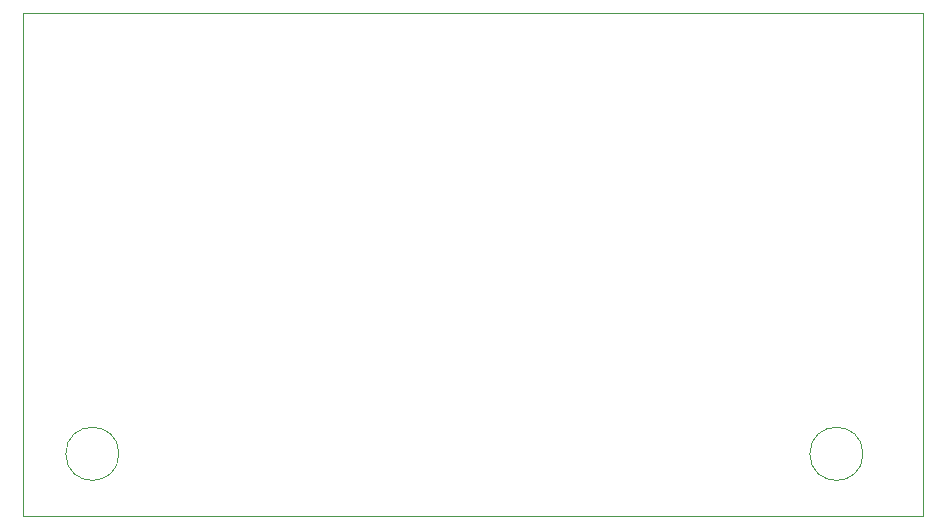
<source format=gbr>
G04 #@! TF.GenerationSoftware,KiCad,Pcbnew,5.1.4-e60b266~84~ubuntu18.04.1*
G04 #@! TF.CreationDate,2019-10-02T13:36:21-06:00*
G04 #@! TF.ProjectId,Star Tracker,53746172-2054-4726-9163-6b65722e6b69,rev?*
G04 #@! TF.SameCoordinates,Original*
G04 #@! TF.FileFunction,Profile,NP*
%FSLAX46Y46*%
G04 Gerber Fmt 4.6, Leading zero omitted, Abs format (unit mm)*
G04 Created by KiCad (PCBNEW 5.1.4-e60b266~84~ubuntu18.04.1) date 2019-10-02 13:36:21*
%MOMM*%
%LPD*%
G04 APERTURE LIST*
%ADD10C,0.100000*%
G04 APERTURE END LIST*
D10*
X112250000Y-90000000D02*
G75*
G03X112250000Y-90000000I-2250000J0D01*
G01*
X175250000Y-90000000D02*
G75*
G03X175250000Y-90000000I-2250000J0D01*
G01*
X104140000Y-95250000D02*
X104140000Y-52705000D01*
X180340000Y-95250000D02*
X104140000Y-95250000D01*
X180340000Y-52705000D02*
X180340000Y-95250000D01*
X104140000Y-52705000D02*
X180340000Y-52705000D01*
M02*

</source>
